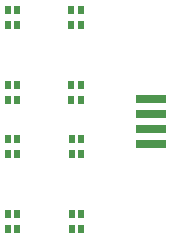
<source format=gbp>
%FSLAX25Y25*%
%MOIN*%
G70*
G01*
G75*
%ADD10C,0.01000*%
%ADD11R,0.02800X0.01500*%
%ADD12R,0.03150X0.03150*%
%ADD13R,0.03150X0.03150*%
%ADD14R,0.02300X0.03000*%
%ADD15R,0.05906X0.02362*%
%ADD16R,0.10000X0.03000*%
%ADD17C,0.02000*%
%ADD18C,0.01500*%
%ADD19C,0.03150*%
%ADD20C,0.03150*%
%ADD21C,0.02000*%
%ADD22C,0.01600*%
%ADD23C,0.05000*%
%ADD24C,0.00800*%
%ADD25C,0.01200*%
%ADD26C,0.00787*%
%ADD27C,0.00984*%
%ADD28R,0.17000X0.22638*%
D14*
X143600Y484200D02*
D03*
Y489200D02*
D03*
X164800Y464200D02*
D03*
Y459200D02*
D03*
X161600Y464200D02*
D03*
Y459200D02*
D03*
X164800Y484200D02*
D03*
Y489200D02*
D03*
X161600Y484200D02*
D03*
Y489200D02*
D03*
X140500Y464200D02*
D03*
Y459200D02*
D03*
X143600Y464200D02*
D03*
Y459200D02*
D03*
X140300Y484200D02*
D03*
Y489200D02*
D03*
X143560Y421400D02*
D03*
Y416400D02*
D03*
X161660Y421400D02*
D03*
Y416400D02*
D03*
Y441500D02*
D03*
Y446500D02*
D03*
X143560Y441500D02*
D03*
Y446500D02*
D03*
X164760Y421400D02*
D03*
Y416400D02*
D03*
X164860Y441500D02*
D03*
Y446500D02*
D03*
X140460Y441500D02*
D03*
Y446500D02*
D03*
X140560Y421500D02*
D03*
Y416500D02*
D03*
D16*
X188200Y444700D02*
D03*
Y449700D02*
D03*
Y454700D02*
D03*
Y459700D02*
D03*
M02*

</source>
